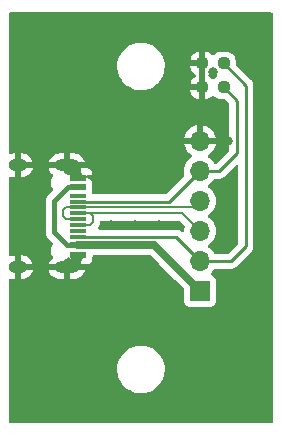
<source format=gbr>
%TF.GenerationSoftware,KiCad,Pcbnew,(6.0.1)*%
%TF.CreationDate,2022-02-05T19:44:41+08:00*%
%TF.ProjectId,Type-C_Ext,54797065-2d43-45f4-9578-742e6b696361,rev?*%
%TF.SameCoordinates,Original*%
%TF.FileFunction,Copper,L1,Top*%
%TF.FilePolarity,Positive*%
%FSLAX46Y46*%
G04 Gerber Fmt 4.6, Leading zero omitted, Abs format (unit mm)*
G04 Created by KiCad (PCBNEW (6.0.1)) date 2022-02-05 19:44:41*
%MOMM*%
%LPD*%
G01*
G04 APERTURE LIST*
G04 Aperture macros list*
%AMRoundRect*
0 Rectangle with rounded corners*
0 $1 Rounding radius*
0 $2 $3 $4 $5 $6 $7 $8 $9 X,Y pos of 4 corners*
0 Add a 4 corners polygon primitive as box body*
4,1,4,$2,$3,$4,$5,$6,$7,$8,$9,$2,$3,0*
0 Add four circle primitives for the rounded corners*
1,1,$1+$1,$2,$3*
1,1,$1+$1,$4,$5*
1,1,$1+$1,$6,$7*
1,1,$1+$1,$8,$9*
0 Add four rect primitives between the rounded corners*
20,1,$1+$1,$2,$3,$4,$5,0*
20,1,$1+$1,$4,$5,$6,$7,0*
20,1,$1+$1,$6,$7,$8,$9,0*
20,1,$1+$1,$8,$9,$2,$3,0*%
G04 Aperture macros list end*
%TA.AperFunction,SMDPad,CuDef*%
%ADD10RoundRect,0.237500X0.250000X0.237500X-0.250000X0.237500X-0.250000X-0.237500X0.250000X-0.237500X0*%
%TD*%
%TA.AperFunction,ComponentPad*%
%ADD11R,1.700000X1.700000*%
%TD*%
%TA.AperFunction,ComponentPad*%
%ADD12O,1.700000X1.700000*%
%TD*%
%TA.AperFunction,SMDPad,CuDef*%
%ADD13R,1.450000X0.600000*%
%TD*%
%TA.AperFunction,SMDPad,CuDef*%
%ADD14R,1.450000X0.300000*%
%TD*%
%TA.AperFunction,ComponentPad*%
%ADD15O,2.100000X1.000000*%
%TD*%
%TA.AperFunction,ComponentPad*%
%ADD16O,1.600000X1.000000*%
%TD*%
%TA.AperFunction,ViaPad*%
%ADD17C,0.800000*%
%TD*%
%TA.AperFunction,Conductor*%
%ADD18C,0.762000*%
%TD*%
%TA.AperFunction,Conductor*%
%ADD19C,0.250000*%
%TD*%
%TA.AperFunction,Conductor*%
%ADD20C,0.200000*%
%TD*%
%TA.AperFunction,Conductor*%
%ADD21C,0.381000*%
%TD*%
%TA.AperFunction,Conductor*%
%ADD22C,0.635000*%
%TD*%
G04 APERTURE END LIST*
D10*
%TO.P,R1,1*%
%TO.N,/CC1*%
X122070500Y-78486000D03*
%TO.P,R1,2*%
%TO.N,GND*%
X120245500Y-78486000D03*
%TD*%
D11*
%TO.P,J2,1,Pin_1*%
%TO.N,VBUS*%
X120060009Y-95733006D03*
D12*
%TO.P,J2,2,Pin_2*%
%TO.N,/CC2*%
X120060009Y-93193006D03*
%TO.P,J2,3,Pin_3*%
%TO.N,/DP*%
X120060009Y-90653006D03*
%TO.P,J2,4,Pin_4*%
%TO.N,/DN*%
X120060009Y-88113006D03*
%TO.P,J2,5,Pin_5*%
%TO.N,/CC1*%
X120060009Y-85573006D03*
%TO.P,J2,6,Pin_6*%
%TO.N,GND*%
X120060009Y-83033006D03*
%TD*%
D13*
%TO.P,J1,A1,GND*%
%TO.N,GND*%
X109709000Y-86158000D03*
%TO.P,J1,A4,VBUS*%
%TO.N,VBUS*%
X109709000Y-86958000D03*
D14*
%TO.P,J1,A5,CC1*%
%TO.N,/CC1*%
X109709000Y-88158000D03*
%TO.P,J1,A6,D+*%
%TO.N,/DP*%
X109709000Y-89158000D03*
%TO.P,J1,A7,D-*%
%TO.N,/DN*%
X109709000Y-89658000D03*
%TO.P,J1,A8,SBU1*%
%TO.N,unconnected-(J1-PadA8)*%
X109709000Y-90658000D03*
D13*
%TO.P,J1,A9,VBUS*%
%TO.N,VBUS*%
X109709000Y-91858000D03*
%TO.P,J1,A12,GND*%
%TO.N,GND*%
X109709000Y-92658000D03*
%TO.P,J1,B1,GND*%
X109709000Y-92658000D03*
%TO.P,J1,B4,VBUS*%
%TO.N,VBUS*%
X109709000Y-91858000D03*
D14*
%TO.P,J1,B5,CC2*%
%TO.N,/CC2*%
X109709000Y-91158000D03*
%TO.P,J1,B6,D+*%
%TO.N,/DP*%
X109709000Y-90158000D03*
%TO.P,J1,B7,D-*%
%TO.N,/DN*%
X109709000Y-88658000D03*
%TO.P,J1,B8,SBU2*%
%TO.N,unconnected-(J1-PadB8)*%
X109709000Y-87658000D03*
D13*
%TO.P,J1,B9,VBUS*%
%TO.N,VBUS*%
X109709000Y-86958000D03*
%TO.P,J1,B12,GND*%
%TO.N,GND*%
X109709000Y-86158000D03*
D15*
%TO.P,J1,S1,SHIELD*%
X108794000Y-93728000D03*
X108794000Y-85088000D03*
D16*
X104614000Y-85088000D03*
X104614000Y-93728000D03*
%TD*%
D10*
%TO.P,R2,1*%
%TO.N,/CC2*%
X122070500Y-76454000D03*
%TO.P,R2,2*%
%TO.N,GND*%
X120245500Y-76454000D03*
%TD*%
D17*
%TO.N,GND*%
X121158000Y-77216000D03*
X122428000Y-88138000D03*
X124968000Y-88138000D03*
X116586000Y-90170000D03*
X120650000Y-102362000D03*
X117094000Y-82042000D03*
X124968000Y-84328000D03*
X122428000Y-95758000D03*
X112522000Y-82042000D03*
X114554000Y-87122000D03*
X122428000Y-83058000D03*
X122428000Y-90678000D03*
X125222000Y-98552000D03*
X116586000Y-96774000D03*
X110236000Y-101600000D03*
X109474000Y-77724000D03*
X106172000Y-81788000D03*
X120650000Y-105918000D03*
X109220000Y-82042000D03*
X120650000Y-98552000D03*
X106172000Y-73914000D03*
X125222000Y-102362000D03*
X106426000Y-101092000D03*
X124968000Y-77216000D03*
X106680000Y-105156000D03*
X106426000Y-96774000D03*
X114554000Y-90170000D03*
X109982000Y-96774000D03*
X125222000Y-105918000D03*
X121158000Y-73660000D03*
X112522000Y-87122000D03*
X121158000Y-80518000D03*
X124714000Y-73660000D03*
X124968000Y-80518000D03*
X106172000Y-77724000D03*
X104902000Y-89408000D03*
X124968000Y-93218000D03*
X112776000Y-96774000D03*
X104902000Y-87376000D03*
X116586000Y-87122000D03*
X109474000Y-73914000D03*
X109982000Y-105410000D03*
X104902000Y-91440000D03*
X112522000Y-90170000D03*
%TD*%
D18*
%TO.N,GND*%
X109709001Y-86003003D02*
X108793991Y-85087993D01*
D19*
X109709000Y-92658000D02*
X109709000Y-92813000D01*
D18*
X109709001Y-92812997D02*
X108793991Y-93728007D01*
D19*
X109709000Y-86158000D02*
X109709000Y-86003000D01*
D20*
%TO.N,/DP*%
X110740000Y-89158000D02*
X109709000Y-89158000D01*
X110744000Y-89154000D02*
X110740000Y-89158000D01*
X109709000Y-90158000D02*
X110756000Y-90158000D01*
X110998000Y-89408000D02*
X110744000Y-89154000D01*
X109709000Y-89158000D02*
X118565000Y-89158000D01*
X110756000Y-90158000D02*
X110998000Y-89916000D01*
X110998000Y-89916000D02*
X110998000Y-89408000D01*
X118565000Y-89158000D02*
X120060000Y-90653000D01*
D19*
%TO.N,/CC2*%
X109709000Y-91158000D02*
X118025000Y-91158000D01*
X118025000Y-91158000D02*
X120060000Y-93193000D01*
X120060009Y-93193006D02*
X122706994Y-93193006D01*
X123952000Y-78335500D02*
X122070500Y-76454000D01*
X123952000Y-91948000D02*
X123952000Y-78335500D01*
X122706994Y-93193006D02*
X123952000Y-91948000D01*
D20*
%TO.N,/DN*%
X109709000Y-88658000D02*
X119515000Y-88658000D01*
X108700000Y-88658000D02*
X108458000Y-88900000D01*
X108708000Y-89658000D02*
X109709000Y-89658000D01*
X119515000Y-88658000D02*
X120060000Y-88113000D01*
X108458000Y-88900000D02*
X108458000Y-89408000D01*
X108458000Y-89408000D02*
X108708000Y-89658000D01*
X109709000Y-88658000D02*
X108700000Y-88658000D01*
D19*
%TO.N,/CC1*%
X120060009Y-85573006D02*
X121690994Y-85573006D01*
X117475000Y-88158000D02*
X120060000Y-85573000D01*
X123190000Y-84074000D02*
X123190000Y-79605500D01*
X121690994Y-85573006D02*
X123190000Y-84074000D01*
X109709000Y-88158000D02*
X117475000Y-88158000D01*
X123190000Y-79605500D02*
X122070500Y-78486000D01*
D21*
%TO.N,VBUS*%
X109709001Y-91858008D02*
X108813270Y-91858008D01*
X107696000Y-90740738D02*
X107696000Y-88138000D01*
D22*
X116185010Y-91858008D02*
X120060009Y-95733006D01*
D21*
X107696000Y-88138000D02*
X108876008Y-86957992D01*
X108876008Y-86957992D02*
X109709001Y-86957992D01*
D22*
X109709001Y-91858008D02*
X116185010Y-91858008D01*
D21*
X108813270Y-91858008D02*
X107696000Y-90740738D01*
%TD*%
%TA.AperFunction,Conductor*%
%TO.N,GND*%
G36*
X126180121Y-72156002D02*
G01*
X126226614Y-72209658D01*
X126238000Y-72262000D01*
X126238000Y-106808000D01*
X126217998Y-106876121D01*
X126164342Y-106922614D01*
X126112000Y-106934000D01*
X104012000Y-106934000D01*
X103943879Y-106913998D01*
X103897386Y-106860342D01*
X103886000Y-106808000D01*
X103886000Y-102340924D01*
X113049418Y-102340924D01*
X113049835Y-102348150D01*
X113065179Y-102614257D01*
X113066004Y-102618462D01*
X113066005Y-102618470D01*
X113094848Y-102765483D01*
X113117889Y-102882923D01*
X113119276Y-102886974D01*
X113137275Y-102939544D01*
X113206573Y-103141950D01*
X113208499Y-103145779D01*
X113271495Y-103271032D01*
X113329591Y-103386544D01*
X113332017Y-103390073D01*
X113332020Y-103390079D01*
X113366642Y-103440454D01*
X113484666Y-103612179D01*
X113668929Y-103814681D01*
X113878969Y-103990302D01*
X114110901Y-104135792D01*
X114114803Y-104137554D01*
X114114807Y-104137556D01*
X114356520Y-104246694D01*
X114356524Y-104246696D01*
X114360432Y-104248460D01*
X114364551Y-104249680D01*
X114618832Y-104325002D01*
X114618837Y-104325003D01*
X114622945Y-104326220D01*
X114627179Y-104326868D01*
X114627184Y-104326869D01*
X114889340Y-104366984D01*
X114889342Y-104366984D01*
X114893582Y-104367633D01*
X115032913Y-104369822D01*
X115163045Y-104371867D01*
X115163051Y-104371867D01*
X115167336Y-104371934D01*
X115439141Y-104339042D01*
X115703967Y-104269566D01*
X115956914Y-104164792D01*
X116193301Y-104026658D01*
X116408754Y-103857722D01*
X116453539Y-103811508D01*
X116596303Y-103664186D01*
X116599286Y-103661108D01*
X116601819Y-103657660D01*
X116601823Y-103657655D01*
X116758834Y-103443909D01*
X116761372Y-103440454D01*
X116763418Y-103436686D01*
X116889962Y-103203621D01*
X116889963Y-103203619D01*
X116892012Y-103199845D01*
X116988789Y-102943732D01*
X117049912Y-102676854D01*
X117062031Y-102541075D01*
X117074031Y-102406616D01*
X117074251Y-102404151D01*
X117074692Y-102362000D01*
X117072964Y-102336653D01*
X117056362Y-102093123D01*
X117056361Y-102093117D01*
X117056070Y-102088846D01*
X117000550Y-101820747D01*
X116909157Y-101562664D01*
X116901277Y-101547395D01*
X116785550Y-101323178D01*
X116785549Y-101323177D01*
X116783585Y-101319371D01*
X116781122Y-101315866D01*
X116628619Y-101098877D01*
X116628614Y-101098871D01*
X116626155Y-101095372D01*
X116439782Y-100894811D01*
X116436466Y-100892097D01*
X116436463Y-100892094D01*
X116231233Y-100724114D01*
X116231226Y-100724109D01*
X116227915Y-100721399D01*
X115994472Y-100578345D01*
X115990555Y-100576626D01*
X115990552Y-100576624D01*
X115880232Y-100528197D01*
X115743775Y-100468297D01*
X115739647Y-100467121D01*
X115739644Y-100467120D01*
X115658557Y-100444022D01*
X115480462Y-100393290D01*
X115476220Y-100392686D01*
X115476214Y-100392685D01*
X115277596Y-100364418D01*
X115209406Y-100354713D01*
X115065671Y-100353961D01*
X114939908Y-100353302D01*
X114939902Y-100353302D01*
X114935622Y-100353280D01*
X114931378Y-100353839D01*
X114931374Y-100353839D01*
X114812397Y-100369503D01*
X114664177Y-100389016D01*
X114660037Y-100390149D01*
X114660035Y-100390149D01*
X114644251Y-100394467D01*
X114400093Y-100461261D01*
X114148257Y-100568678D01*
X113913329Y-100709280D01*
X113909978Y-100711964D01*
X113909976Y-100711966D01*
X113898202Y-100721399D01*
X113699657Y-100880463D01*
X113511194Y-101079062D01*
X113351428Y-101301400D01*
X113223314Y-101543364D01*
X113129225Y-101800477D01*
X113070899Y-102067980D01*
X113049418Y-102340924D01*
X103886000Y-102340924D01*
X103886000Y-94821933D01*
X103906002Y-94753812D01*
X103959658Y-94707319D01*
X104029932Y-94697215D01*
X104050099Y-94701831D01*
X104097541Y-94716881D01*
X104109532Y-94719430D01*
X104253761Y-94735607D01*
X104260785Y-94736000D01*
X104341885Y-94736000D01*
X104357124Y-94731525D01*
X104358329Y-94730135D01*
X104360000Y-94722452D01*
X104360000Y-94717885D01*
X104868000Y-94717885D01*
X104872475Y-94733124D01*
X104873865Y-94734329D01*
X104881548Y-94736000D01*
X104960657Y-94736000D01*
X104966805Y-94735699D01*
X105104603Y-94722188D01*
X105116638Y-94719805D01*
X105294076Y-94666233D01*
X105305416Y-94661559D01*
X105469077Y-94574540D01*
X105479294Y-94567751D01*
X105622933Y-94450603D01*
X105631637Y-94441959D01*
X105749784Y-94299144D01*
X105756644Y-94288973D01*
X105844804Y-94125924D01*
X105849556Y-94114619D01*
X105885250Y-93999308D01*
X105885331Y-93993768D01*
X107271425Y-93993768D01*
X107303138Y-94101521D01*
X107307731Y-94112889D01*
X107393607Y-94277154D01*
X107400321Y-94287415D01*
X107516468Y-94431873D01*
X107525046Y-94440632D01*
X107667039Y-94559778D01*
X107677159Y-94566708D01*
X107839585Y-94656002D01*
X107850858Y-94660834D01*
X108027538Y-94716880D01*
X108039532Y-94719430D01*
X108183761Y-94735607D01*
X108190785Y-94736000D01*
X108521885Y-94736000D01*
X108537124Y-94731525D01*
X108538329Y-94730135D01*
X108540000Y-94722452D01*
X108540000Y-94717885D01*
X109048000Y-94717885D01*
X109052475Y-94733124D01*
X109053865Y-94734329D01*
X109061548Y-94736000D01*
X109390657Y-94736000D01*
X109396805Y-94735699D01*
X109534603Y-94722188D01*
X109546638Y-94719805D01*
X109724076Y-94666233D01*
X109735416Y-94661559D01*
X109899077Y-94574540D01*
X109909294Y-94567751D01*
X110052933Y-94450603D01*
X110061637Y-94441959D01*
X110179784Y-94299144D01*
X110186644Y-94288973D01*
X110274804Y-94125924D01*
X110279556Y-94114619D01*
X110315250Y-93999308D01*
X110315456Y-93985205D01*
X110308701Y-93982000D01*
X109066115Y-93982000D01*
X109050876Y-93986475D01*
X109049671Y-93987865D01*
X109048000Y-93995548D01*
X109048000Y-94717885D01*
X108540000Y-94717885D01*
X108540000Y-94000115D01*
X108535525Y-93984876D01*
X108534135Y-93983671D01*
X108526452Y-93982000D01*
X107286076Y-93982000D01*
X107272545Y-93985973D01*
X107271425Y-93993768D01*
X105885331Y-93993768D01*
X105885456Y-93985205D01*
X105878701Y-93982000D01*
X104886115Y-93982000D01*
X104870876Y-93986475D01*
X104869671Y-93987865D01*
X104868000Y-93995548D01*
X104868000Y-94717885D01*
X104360000Y-94717885D01*
X104360000Y-93455885D01*
X104868000Y-93455885D01*
X104872475Y-93471124D01*
X104873865Y-93472329D01*
X104881548Y-93474000D01*
X105871924Y-93474000D01*
X105885455Y-93470027D01*
X105886575Y-93462232D01*
X105854862Y-93354479D01*
X105850269Y-93343111D01*
X105764393Y-93178846D01*
X105757679Y-93168585D01*
X105641532Y-93024127D01*
X105632954Y-93015368D01*
X105490961Y-92896222D01*
X105480841Y-92889292D01*
X105318415Y-92799998D01*
X105307142Y-92795166D01*
X105130462Y-92739120D01*
X105118468Y-92736570D01*
X104974239Y-92720393D01*
X104967215Y-92720000D01*
X104886115Y-92720000D01*
X104870876Y-92724475D01*
X104869671Y-92725865D01*
X104868000Y-92733548D01*
X104868000Y-93455885D01*
X104360000Y-93455885D01*
X104360000Y-92738115D01*
X104355525Y-92722876D01*
X104354135Y-92721671D01*
X104346452Y-92720000D01*
X104267343Y-92720000D01*
X104261195Y-92720301D01*
X104123397Y-92733812D01*
X104111362Y-92736195D01*
X104048418Y-92755199D01*
X103977424Y-92755740D01*
X103917407Y-92717812D01*
X103887423Y-92653458D01*
X103886000Y-92634577D01*
X103886000Y-90777590D01*
X106992830Y-90777590D01*
X106994135Y-90785066D01*
X106994135Y-90785070D01*
X107003663Y-90839662D01*
X107004626Y-90846187D01*
X107012191Y-90908698D01*
X107014875Y-90915800D01*
X107015719Y-90919238D01*
X107019583Y-90933361D01*
X107020613Y-90936772D01*
X107021919Y-90944255D01*
X107024972Y-90951210D01*
X107047239Y-91001936D01*
X107049730Y-91008042D01*
X107071994Y-91066960D01*
X107076293Y-91073215D01*
X107077935Y-91076356D01*
X107085033Y-91089110D01*
X107086870Y-91092216D01*
X107089923Y-91099171D01*
X107094548Y-91105198D01*
X107094550Y-91105202D01*
X107128265Y-91149140D01*
X107132129Y-91154458D01*
X107167821Y-91206390D01*
X107173491Y-91211442D01*
X107173492Y-91211443D01*
X107213688Y-91247256D01*
X107218964Y-91252237D01*
X107590579Y-91623852D01*
X107624605Y-91686164D01*
X107619540Y-91756979D01*
X107605697Y-91783768D01*
X107523723Y-91904388D01*
X107456470Y-92072534D01*
X107455356Y-92079262D01*
X107455355Y-92079266D01*
X107430895Y-92227017D01*
X107426892Y-92251198D01*
X107427249Y-92258015D01*
X107427249Y-92258019D01*
X107430672Y-92323321D01*
X107436370Y-92432047D01*
X107438181Y-92438620D01*
X107438181Y-92438623D01*
X107465968Y-92539504D01*
X107484461Y-92606641D01*
X107568922Y-92766836D01*
X107573327Y-92772049D01*
X107573330Y-92772053D01*
X107591694Y-92793783D01*
X107620386Y-92858724D01*
X107609413Y-92928868D01*
X107575092Y-92972754D01*
X107535067Y-93005397D01*
X107526363Y-93014041D01*
X107408216Y-93156856D01*
X107401356Y-93167027D01*
X107313196Y-93330076D01*
X107308444Y-93341381D01*
X107272750Y-93456692D01*
X107272544Y-93470795D01*
X107279299Y-93474000D01*
X108521885Y-93474000D01*
X108537124Y-93469525D01*
X108538329Y-93468135D01*
X108540000Y-93460452D01*
X108540000Y-93173830D01*
X108560002Y-93105709D01*
X108612218Y-93060257D01*
X108615675Y-93059094D01*
X108644433Y-93041815D01*
X108705042Y-93005397D01*
X108770905Y-92965823D01*
X108775862Y-92961135D01*
X108775865Y-92961133D01*
X108835427Y-92904807D01*
X108898664Y-92872535D01*
X108969311Y-92879575D01*
X109024937Y-92923691D01*
X109048000Y-92996355D01*
X109048000Y-93455885D01*
X109052475Y-93471124D01*
X109053865Y-93472329D01*
X109061548Y-93474000D01*
X109436885Y-93474000D01*
X109452124Y-93469525D01*
X109453329Y-93468135D01*
X109455000Y-93460452D01*
X109455000Y-92930115D01*
X109450525Y-92914876D01*
X109439947Y-92905710D01*
X109395786Y-92881596D01*
X109361761Y-92819284D01*
X109366825Y-92748468D01*
X109409372Y-92691632D01*
X109475892Y-92666821D01*
X109484881Y-92666500D01*
X109525525Y-92666500D01*
X109553010Y-92669535D01*
X109616385Y-92683701D01*
X109621876Y-92684008D01*
X109837000Y-92684008D01*
X109905121Y-92704010D01*
X109951614Y-92757666D01*
X109963000Y-92810008D01*
X109963000Y-93455885D01*
X109967475Y-93471124D01*
X109968865Y-93472329D01*
X109976548Y-93474000D01*
X110301924Y-93474000D01*
X110311790Y-93471103D01*
X110347288Y-93465999D01*
X110478669Y-93465999D01*
X110485490Y-93465629D01*
X110536352Y-93460105D01*
X110551604Y-93456479D01*
X110672054Y-93411324D01*
X110687649Y-93402786D01*
X110789724Y-93326285D01*
X110802285Y-93313724D01*
X110878786Y-93211649D01*
X110887324Y-93196054D01*
X110932478Y-93075606D01*
X110936105Y-93060351D01*
X110941631Y-93009486D01*
X110942000Y-93002672D01*
X110942000Y-92810008D01*
X110962002Y-92741887D01*
X111015658Y-92695394D01*
X111068000Y-92684008D01*
X115790679Y-92684008D01*
X115858800Y-92704010D01*
X115879774Y-92720913D01*
X116614747Y-93455885D01*
X117980796Y-94821933D01*
X118664604Y-95505741D01*
X118698629Y-95568053D01*
X118701509Y-95594836D01*
X118701509Y-96631140D01*
X118708264Y-96693322D01*
X118759394Y-96829711D01*
X118846748Y-96946267D01*
X118963304Y-97033621D01*
X119099693Y-97084751D01*
X119161875Y-97091506D01*
X120958143Y-97091506D01*
X121020325Y-97084751D01*
X121156714Y-97033621D01*
X121273270Y-96946267D01*
X121360624Y-96829711D01*
X121411754Y-96693322D01*
X121418509Y-96631140D01*
X121418509Y-94834872D01*
X121411754Y-94772690D01*
X121360624Y-94636301D01*
X121273270Y-94519745D01*
X121156714Y-94432391D01*
X121144141Y-94427678D01*
X121038212Y-94387966D01*
X120981448Y-94345324D01*
X120956748Y-94278762D01*
X120971956Y-94209414D01*
X120993502Y-94180733D01*
X121048503Y-94125924D01*
X121098105Y-94076495D01*
X121164806Y-93983671D01*
X121225444Y-93899283D01*
X121228462Y-93895083D01*
X121230755Y-93890443D01*
X121232455Y-93887614D01*
X121284683Y-93839524D01*
X121340460Y-93826506D01*
X122628227Y-93826506D01*
X122639410Y-93827033D01*
X122646903Y-93828708D01*
X122654829Y-93828459D01*
X122654830Y-93828459D01*
X122714980Y-93826568D01*
X122718939Y-93826506D01*
X122746850Y-93826506D01*
X122750785Y-93826009D01*
X122750850Y-93826001D01*
X122762687Y-93825068D01*
X122794945Y-93824054D01*
X122798964Y-93823928D01*
X122806883Y-93823679D01*
X122826337Y-93818027D01*
X122845694Y-93814019D01*
X122857924Y-93812474D01*
X122857925Y-93812474D01*
X122865791Y-93811480D01*
X122873162Y-93808561D01*
X122873164Y-93808561D01*
X122906906Y-93795202D01*
X122918136Y-93791357D01*
X122952977Y-93781235D01*
X122952978Y-93781235D01*
X122960587Y-93779024D01*
X122967406Y-93774991D01*
X122967411Y-93774989D01*
X122978022Y-93768713D01*
X122995770Y-93760018D01*
X123014611Y-93752558D01*
X123050381Y-93726570D01*
X123060301Y-93720054D01*
X123091529Y-93701586D01*
X123091532Y-93701584D01*
X123098356Y-93697548D01*
X123112677Y-93683227D01*
X123127711Y-93670386D01*
X123137688Y-93663137D01*
X123144101Y-93658478D01*
X123172292Y-93624401D01*
X123180282Y-93615622D01*
X124344247Y-92451657D01*
X124352537Y-92444113D01*
X124359018Y-92440000D01*
X124405659Y-92390332D01*
X124408413Y-92387491D01*
X124428134Y-92367770D01*
X124430612Y-92364575D01*
X124438318Y-92355553D01*
X124463158Y-92329101D01*
X124468586Y-92323321D01*
X124478346Y-92305568D01*
X124489199Y-92289045D01*
X124496753Y-92279306D01*
X124501613Y-92273041D01*
X124519176Y-92232457D01*
X124524383Y-92221827D01*
X124545695Y-92183060D01*
X124547666Y-92175383D01*
X124547668Y-92175378D01*
X124550732Y-92163442D01*
X124557138Y-92144730D01*
X124562034Y-92133417D01*
X124565181Y-92126145D01*
X124572097Y-92082481D01*
X124574504Y-92070860D01*
X124583528Y-92035711D01*
X124583528Y-92035710D01*
X124585500Y-92028030D01*
X124585500Y-92007769D01*
X124587051Y-91988058D01*
X124588979Y-91975885D01*
X124590219Y-91968057D01*
X124586059Y-91924046D01*
X124585500Y-91912189D01*
X124585500Y-78414267D01*
X124586027Y-78403084D01*
X124587702Y-78395591D01*
X124585562Y-78327500D01*
X124585500Y-78323543D01*
X124585500Y-78295644D01*
X124584996Y-78291653D01*
X124584063Y-78279811D01*
X124582923Y-78243536D01*
X124582674Y-78235611D01*
X124580462Y-78227997D01*
X124580461Y-78227992D01*
X124577023Y-78216159D01*
X124573012Y-78196795D01*
X124571467Y-78184564D01*
X124570474Y-78176703D01*
X124567557Y-78169336D01*
X124567556Y-78169331D01*
X124554198Y-78135592D01*
X124550354Y-78124365D01*
X124540230Y-78089522D01*
X124538018Y-78081907D01*
X124527707Y-78064472D01*
X124519012Y-78046724D01*
X124511552Y-78027883D01*
X124485564Y-77992113D01*
X124479048Y-77982193D01*
X124460580Y-77950965D01*
X124460578Y-77950962D01*
X124456542Y-77944138D01*
X124442221Y-77929817D01*
X124429380Y-77914783D01*
X124422131Y-77904806D01*
X124417472Y-77898393D01*
X124383395Y-77870202D01*
X124374616Y-77862212D01*
X123103405Y-76591000D01*
X123069379Y-76528688D01*
X123066500Y-76501905D01*
X123066500Y-76166928D01*
X123063960Y-76142446D01*
X123056419Y-76069765D01*
X123056418Y-76069761D01*
X123055707Y-76062907D01*
X123000654Y-75897893D01*
X122909116Y-75749969D01*
X122828184Y-75669178D01*
X122791184Y-75632242D01*
X122791179Y-75632238D01*
X122786003Y-75627071D01*
X122637920Y-75535791D01*
X122472809Y-75481026D01*
X122465973Y-75480326D01*
X122465970Y-75480325D01*
X122414474Y-75475049D01*
X122370072Y-75470500D01*
X121770928Y-75470500D01*
X121767682Y-75470837D01*
X121767678Y-75470837D01*
X121673765Y-75480581D01*
X121673761Y-75480582D01*
X121666907Y-75481293D01*
X121660371Y-75483474D01*
X121660369Y-75483474D01*
X121527605Y-75527768D01*
X121501893Y-75536346D01*
X121353969Y-75627884D01*
X121246899Y-75735141D01*
X121184618Y-75769220D01*
X121113798Y-75764217D01*
X121068709Y-75735296D01*
X120965871Y-75632637D01*
X120954460Y-75623625D01*
X120818937Y-75540088D01*
X120805759Y-75533944D01*
X120654234Y-75483685D01*
X120640868Y-75480819D01*
X120548230Y-75471328D01*
X120541815Y-75471000D01*
X120517615Y-75471000D01*
X120502376Y-75475475D01*
X120501171Y-75476865D01*
X120499500Y-75484548D01*
X120499500Y-77418885D01*
X120502643Y-77429589D01*
X120504868Y-77491869D01*
X120499500Y-77516547D01*
X120499500Y-79450885D01*
X120503975Y-79466124D01*
X120505365Y-79467329D01*
X120513048Y-79469000D01*
X120541766Y-79469000D01*
X120548282Y-79468663D01*
X120642132Y-79458925D01*
X120655528Y-79456032D01*
X120806953Y-79405512D01*
X120820115Y-79399347D01*
X120955492Y-79315574D01*
X120966890Y-79306540D01*
X121068393Y-79204860D01*
X121130676Y-79170781D01*
X121201496Y-79175784D01*
X121246583Y-79204704D01*
X121354997Y-79312929D01*
X121503080Y-79404209D01*
X121668191Y-79458974D01*
X121675027Y-79459674D01*
X121675030Y-79459675D01*
X121722370Y-79464525D01*
X121770928Y-79469500D01*
X122105905Y-79469500D01*
X122174026Y-79489502D01*
X122195001Y-79506405D01*
X122519596Y-79831001D01*
X122553621Y-79893313D01*
X122556500Y-79920096D01*
X122556500Y-83759406D01*
X122536498Y-83827527D01*
X122519595Y-83848501D01*
X121465494Y-84902601D01*
X121403182Y-84936627D01*
X121376399Y-84939506D01*
X121336814Y-84939506D01*
X121268693Y-84919504D01*
X121231022Y-84881946D01*
X121142831Y-84745623D01*
X121142829Y-84745620D01*
X121140023Y-84741283D01*
X120989679Y-84576057D01*
X120985628Y-84572858D01*
X120985624Y-84572854D01*
X120818423Y-84440806D01*
X120818419Y-84440804D01*
X120814368Y-84437604D01*
X120772578Y-84414535D01*
X120722607Y-84364103D01*
X120707835Y-84294660D01*
X120732951Y-84228254D01*
X120760303Y-84201647D01*
X120935337Y-84076798D01*
X120943209Y-84070145D01*
X121094061Y-83919818D01*
X121100739Y-83911971D01*
X121225012Y-83739026D01*
X121230322Y-83730189D01*
X121324679Y-83539273D01*
X121328478Y-83529678D01*
X121390386Y-83325916D01*
X121392564Y-83315843D01*
X121393995Y-83304968D01*
X121391784Y-83290784D01*
X121378626Y-83287006D01*
X118743234Y-83287006D01*
X118729703Y-83290979D01*
X118728266Y-83300972D01*
X118758574Y-83435452D01*
X118761654Y-83445281D01*
X118841779Y-83642609D01*
X118846422Y-83651800D01*
X118957703Y-83833394D01*
X118963786Y-83841705D01*
X119103222Y-84002673D01*
X119110589Y-84009889D01*
X119274443Y-84145922D01*
X119282890Y-84151837D01*
X119351978Y-84192209D01*
X119400702Y-84243848D01*
X119413773Y-84313631D01*
X119387042Y-84379402D01*
X119346593Y-84412758D01*
X119333616Y-84419513D01*
X119329483Y-84422616D01*
X119329480Y-84422618D01*
X119174679Y-84538846D01*
X119154974Y-84553641D01*
X119151402Y-84557379D01*
X119024594Y-84690076D01*
X119000638Y-84715144D01*
X118874752Y-84899686D01*
X118780697Y-85102311D01*
X118720998Y-85317576D01*
X118697260Y-85539701D01*
X118697557Y-85544854D01*
X118697557Y-85544857D01*
X118707905Y-85724315D01*
X118710119Y-85762721D01*
X118741959Y-85904000D01*
X118743460Y-85910662D01*
X118738924Y-85981513D01*
X118709638Y-86027458D01*
X117249500Y-87487595D01*
X117187188Y-87521621D01*
X117160405Y-87524500D01*
X111062575Y-87524500D01*
X110994454Y-87504498D01*
X110947961Y-87450842D01*
X110937312Y-87412108D01*
X110935745Y-87397684D01*
X110938174Y-87397420D01*
X110938174Y-87368580D01*
X110935745Y-87368316D01*
X110942131Y-87309531D01*
X110942500Y-87306134D01*
X110942500Y-86609866D01*
X110938091Y-86569280D01*
X110938091Y-86542067D01*
X110941631Y-86509483D01*
X110942000Y-86502672D01*
X110942000Y-86430115D01*
X110937525Y-86414876D01*
X110936135Y-86413671D01*
X110922590Y-86410725D01*
X110860278Y-86376701D01*
X110848556Y-86363182D01*
X110797261Y-86294739D01*
X110680705Y-86207385D01*
X110544316Y-86156255D01*
X110536464Y-86155402D01*
X110536460Y-86155401D01*
X110535185Y-86155263D01*
X110534259Y-86154878D01*
X110528778Y-86153575D01*
X110528989Y-86152688D01*
X110469623Y-86128021D01*
X110429196Y-86069659D01*
X110426740Y-85998704D01*
X110463035Y-85937686D01*
X110526557Y-85905977D01*
X110548792Y-85904000D01*
X110923884Y-85904000D01*
X110939123Y-85899525D01*
X110940328Y-85898135D01*
X110941999Y-85890452D01*
X110941999Y-85813331D01*
X110941629Y-85806510D01*
X110936105Y-85755648D01*
X110932479Y-85740396D01*
X110887324Y-85619946D01*
X110878786Y-85604351D01*
X110802285Y-85502276D01*
X110789724Y-85489715D01*
X110687649Y-85413214D01*
X110672054Y-85404676D01*
X110551606Y-85359522D01*
X110536351Y-85355895D01*
X110485486Y-85350369D01*
X110478672Y-85350000D01*
X110353934Y-85350000D01*
X110319892Y-85342335D01*
X110315648Y-85342000D01*
X109981115Y-85342000D01*
X109965876Y-85346475D01*
X109964671Y-85347865D01*
X109963000Y-85355548D01*
X109963000Y-85885885D01*
X109967475Y-85901124D01*
X109978053Y-85910290D01*
X110022214Y-85934404D01*
X110056239Y-85996716D01*
X110051175Y-86067532D01*
X110008628Y-86124368D01*
X109942108Y-86149179D01*
X109933119Y-86149500D01*
X109477137Y-86149500D01*
X109409016Y-86129498D01*
X109362523Y-86075842D01*
X109352419Y-86005568D01*
X109381913Y-85940988D01*
X109441639Y-85902604D01*
X109452124Y-85899525D01*
X109453329Y-85898135D01*
X109455000Y-85890452D01*
X109455000Y-85360115D01*
X109450525Y-85344876D01*
X109449135Y-85343671D01*
X109441452Y-85342000D01*
X109066115Y-85342000D01*
X109050876Y-85346475D01*
X109049671Y-85347865D01*
X109048000Y-85355548D01*
X109048000Y-85813874D01*
X109027998Y-85881995D01*
X108974342Y-85928488D01*
X108904068Y-85938592D01*
X108843461Y-85909176D01*
X108842187Y-85910843D01*
X108703743Y-85804994D01*
X108703739Y-85804991D01*
X108698322Y-85800850D01*
X108692142Y-85797968D01*
X108692140Y-85797967D01*
X108612750Y-85760947D01*
X108559465Y-85714030D01*
X108540000Y-85646752D01*
X108540000Y-85360115D01*
X108535525Y-85344876D01*
X108534135Y-85343671D01*
X108526452Y-85342000D01*
X107286076Y-85342000D01*
X107272545Y-85345973D01*
X107271425Y-85353768D01*
X107303138Y-85461521D01*
X107307731Y-85472889D01*
X107393607Y-85637154D01*
X107400321Y-85647415D01*
X107516468Y-85791873D01*
X107525045Y-85800632D01*
X107577110Y-85844319D01*
X107616436Y-85903428D01*
X107617563Y-85974416D01*
X107600331Y-86011663D01*
X107523723Y-86124388D01*
X107456470Y-86292534D01*
X107455356Y-86299262D01*
X107455355Y-86299266D01*
X107436216Y-86414876D01*
X107426892Y-86471198D01*
X107427249Y-86478015D01*
X107427249Y-86478019D01*
X107435061Y-86627072D01*
X107436370Y-86652047D01*
X107438181Y-86658620D01*
X107438181Y-86658623D01*
X107461671Y-86743902D01*
X107484461Y-86826641D01*
X107568922Y-86986836D01*
X107573330Y-86992052D01*
X107626828Y-87055359D01*
X107655519Y-87120300D01*
X107644546Y-87190443D01*
X107619684Y-87225781D01*
X107221961Y-87623504D01*
X107215696Y-87629357D01*
X107172726Y-87666842D01*
X107168359Y-87673056D01*
X107136506Y-87718378D01*
X107132573Y-87723674D01*
X107098394Y-87767263D01*
X107098392Y-87767266D01*
X107093708Y-87773240D01*
X107090582Y-87780164D01*
X107088744Y-87783199D01*
X107081500Y-87795898D01*
X107079812Y-87799046D01*
X107075444Y-87805261D01*
X107055048Y-87857576D01*
X107052567Y-87863939D01*
X107050022Y-87869995D01*
X107024087Y-87927435D01*
X107022702Y-87934908D01*
X107021631Y-87938326D01*
X107017646Y-87952315D01*
X107016749Y-87955807D01*
X107013988Y-87962889D01*
X107012996Y-87970422D01*
X107012996Y-87970423D01*
X107005767Y-88025330D01*
X107004735Y-88031843D01*
X107001463Y-88049500D01*
X106993255Y-88093787D01*
X106993692Y-88101367D01*
X106993692Y-88101368D01*
X106996791Y-88155112D01*
X106997000Y-88162365D01*
X106997000Y-90712139D01*
X106996708Y-90720709D01*
X106994373Y-90754961D01*
X106992830Y-90777590D01*
X103886000Y-90777590D01*
X103886000Y-86181933D01*
X103906002Y-86113812D01*
X103959658Y-86067319D01*
X104029932Y-86057215D01*
X104050099Y-86061831D01*
X104097541Y-86076881D01*
X104109532Y-86079430D01*
X104253761Y-86095607D01*
X104260785Y-86096000D01*
X104341885Y-86096000D01*
X104357124Y-86091525D01*
X104358329Y-86090135D01*
X104360000Y-86082452D01*
X104360000Y-86077885D01*
X104868000Y-86077885D01*
X104872475Y-86093124D01*
X104873865Y-86094329D01*
X104881548Y-86096000D01*
X104960657Y-86096000D01*
X104966805Y-86095699D01*
X105104603Y-86082188D01*
X105116638Y-86079805D01*
X105294076Y-86026233D01*
X105305416Y-86021559D01*
X105469077Y-85934540D01*
X105479294Y-85927751D01*
X105622933Y-85810603D01*
X105631637Y-85801959D01*
X105749784Y-85659144D01*
X105756644Y-85648973D01*
X105844804Y-85485924D01*
X105849556Y-85474619D01*
X105885250Y-85359308D01*
X105885456Y-85345205D01*
X105878701Y-85342000D01*
X104886115Y-85342000D01*
X104870876Y-85346475D01*
X104869671Y-85347865D01*
X104868000Y-85355548D01*
X104868000Y-86077885D01*
X104360000Y-86077885D01*
X104360000Y-84815885D01*
X104868000Y-84815885D01*
X104872475Y-84831124D01*
X104873865Y-84832329D01*
X104881548Y-84834000D01*
X105871924Y-84834000D01*
X105882839Y-84830795D01*
X107272544Y-84830795D01*
X107279299Y-84834000D01*
X108521885Y-84834000D01*
X108537124Y-84829525D01*
X108538329Y-84828135D01*
X108540000Y-84820452D01*
X108540000Y-84815885D01*
X109048000Y-84815885D01*
X109052475Y-84831124D01*
X109053865Y-84832329D01*
X109061548Y-84834000D01*
X110301924Y-84834000D01*
X110315455Y-84830027D01*
X110316575Y-84822232D01*
X110284862Y-84714479D01*
X110280269Y-84703111D01*
X110194393Y-84538846D01*
X110187679Y-84528585D01*
X110071532Y-84384127D01*
X110062954Y-84375368D01*
X109920961Y-84256222D01*
X109910841Y-84249292D01*
X109748415Y-84159998D01*
X109737142Y-84155166D01*
X109560462Y-84099120D01*
X109548468Y-84096570D01*
X109404239Y-84080393D01*
X109397215Y-84080000D01*
X109066115Y-84080000D01*
X109050876Y-84084475D01*
X109049671Y-84085865D01*
X109048000Y-84093548D01*
X109048000Y-84815885D01*
X108540000Y-84815885D01*
X108540000Y-84098115D01*
X108535525Y-84082876D01*
X108534135Y-84081671D01*
X108526452Y-84080000D01*
X108197343Y-84080000D01*
X108191195Y-84080301D01*
X108053397Y-84093812D01*
X108041362Y-84096195D01*
X107863924Y-84149767D01*
X107852584Y-84154441D01*
X107688923Y-84241460D01*
X107678706Y-84248249D01*
X107535067Y-84365397D01*
X107526363Y-84374041D01*
X107408216Y-84516856D01*
X107401356Y-84527027D01*
X107313196Y-84690076D01*
X107308444Y-84701381D01*
X107272750Y-84816692D01*
X107272544Y-84830795D01*
X105882839Y-84830795D01*
X105885455Y-84830027D01*
X105886575Y-84822232D01*
X105854862Y-84714479D01*
X105850269Y-84703111D01*
X105764393Y-84538846D01*
X105757679Y-84528585D01*
X105641532Y-84384127D01*
X105632954Y-84375368D01*
X105490961Y-84256222D01*
X105480841Y-84249292D01*
X105318415Y-84159998D01*
X105307142Y-84155166D01*
X105130462Y-84099120D01*
X105118468Y-84096570D01*
X104974239Y-84080393D01*
X104967215Y-84080000D01*
X104886115Y-84080000D01*
X104870876Y-84084475D01*
X104869671Y-84085865D01*
X104868000Y-84093548D01*
X104868000Y-84815885D01*
X104360000Y-84815885D01*
X104360000Y-84098115D01*
X104355525Y-84082876D01*
X104354135Y-84081671D01*
X104346452Y-84080000D01*
X104267343Y-84080000D01*
X104261195Y-84080301D01*
X104123397Y-84093812D01*
X104111362Y-84096195D01*
X104048418Y-84115199D01*
X103977424Y-84115740D01*
X103917407Y-84077812D01*
X103887423Y-84013458D01*
X103886000Y-83994577D01*
X103886000Y-82767189D01*
X118724398Y-82767189D01*
X118725921Y-82775613D01*
X118738301Y-82779006D01*
X119787894Y-82779006D01*
X119803133Y-82774531D01*
X119804338Y-82773141D01*
X119806009Y-82765458D01*
X119806009Y-82760891D01*
X120314009Y-82760891D01*
X120318484Y-82776130D01*
X120319874Y-82777335D01*
X120327557Y-82779006D01*
X121378353Y-82779006D01*
X121391884Y-82775033D01*
X121393189Y-82765953D01*
X121351223Y-82598881D01*
X121347903Y-82589130D01*
X121262981Y-82393820D01*
X121258114Y-82384745D01*
X121142435Y-82205932D01*
X121136145Y-82197763D01*
X120992815Y-82040246D01*
X120985282Y-82033221D01*
X120818148Y-81901228D01*
X120809561Y-81895523D01*
X120623126Y-81792605D01*
X120613714Y-81788375D01*
X120412968Y-81717286D01*
X120402997Y-81714652D01*
X120331846Y-81701978D01*
X120318549Y-81703438D01*
X120314009Y-81717995D01*
X120314009Y-82760891D01*
X119806009Y-82760891D01*
X119806009Y-81716108D01*
X119802091Y-81702764D01*
X119787815Y-81700777D01*
X119749333Y-81706666D01*
X119739297Y-81709057D01*
X119536877Y-81775218D01*
X119527368Y-81779215D01*
X119338472Y-81877548D01*
X119329747Y-81883042D01*
X119159442Y-82010911D01*
X119151735Y-82017754D01*
X119004599Y-82171723D01*
X118998113Y-82179733D01*
X118878107Y-82355655D01*
X118873009Y-82364629D01*
X118783347Y-82557789D01*
X118779784Y-82567476D01*
X118724398Y-82767189D01*
X103886000Y-82767189D01*
X103886000Y-78769766D01*
X119250000Y-78769766D01*
X119250337Y-78776282D01*
X119260075Y-78870132D01*
X119262968Y-78883528D01*
X119313488Y-79034953D01*
X119319653Y-79048115D01*
X119403426Y-79183492D01*
X119412460Y-79194890D01*
X119525129Y-79307363D01*
X119536540Y-79316375D01*
X119672063Y-79399912D01*
X119685241Y-79406056D01*
X119836766Y-79456315D01*
X119850132Y-79459181D01*
X119942770Y-79468672D01*
X119949185Y-79469000D01*
X119973385Y-79469000D01*
X119988624Y-79464525D01*
X119989829Y-79463135D01*
X119991500Y-79455452D01*
X119991500Y-78758115D01*
X119987025Y-78742876D01*
X119985635Y-78741671D01*
X119977952Y-78740000D01*
X119268115Y-78740000D01*
X119252876Y-78744475D01*
X119251671Y-78745865D01*
X119250000Y-78753548D01*
X119250000Y-78769766D01*
X103886000Y-78769766D01*
X103886000Y-76686924D01*
X113049418Y-76686924D01*
X113049835Y-76694150D01*
X113065179Y-76960257D01*
X113066004Y-76964462D01*
X113066005Y-76964470D01*
X113094848Y-77111483D01*
X113117889Y-77228923D01*
X113119276Y-77232974D01*
X113186592Y-77429589D01*
X113206573Y-77487950D01*
X113268917Y-77611908D01*
X113271495Y-77617032D01*
X113329591Y-77732544D01*
X113332017Y-77736073D01*
X113332020Y-77736079D01*
X113421604Y-77866423D01*
X113484666Y-77958179D01*
X113668929Y-78160681D01*
X113878969Y-78336302D01*
X113882595Y-78338577D01*
X113882597Y-78338578D01*
X113932703Y-78370009D01*
X114110901Y-78481792D01*
X114114803Y-78483554D01*
X114114807Y-78483556D01*
X114356520Y-78592694D01*
X114356524Y-78592696D01*
X114360432Y-78594460D01*
X114364551Y-78595680D01*
X114618832Y-78671002D01*
X114618837Y-78671003D01*
X114622945Y-78672220D01*
X114627179Y-78672868D01*
X114627184Y-78672869D01*
X114889340Y-78712984D01*
X114889342Y-78712984D01*
X114893582Y-78713633D01*
X115032913Y-78715822D01*
X115163045Y-78717867D01*
X115163051Y-78717867D01*
X115167336Y-78717934D01*
X115439141Y-78685042D01*
X115703967Y-78615566D01*
X115956914Y-78510792D01*
X116154056Y-78395591D01*
X116189598Y-78374822D01*
X116189599Y-78374821D01*
X116193301Y-78372658D01*
X116395793Y-78213885D01*
X119250000Y-78213885D01*
X119254475Y-78229124D01*
X119255865Y-78230329D01*
X119263548Y-78232000D01*
X119973385Y-78232000D01*
X119988624Y-78227525D01*
X119989829Y-78226135D01*
X119991500Y-78218452D01*
X119991500Y-77521115D01*
X119988357Y-77510411D01*
X119986132Y-77448131D01*
X119991500Y-77423453D01*
X119991500Y-76726115D01*
X119987025Y-76710876D01*
X119985635Y-76709671D01*
X119977952Y-76708000D01*
X119268115Y-76708000D01*
X119252876Y-76712475D01*
X119251671Y-76713865D01*
X119250000Y-76721548D01*
X119250000Y-76737766D01*
X119250337Y-76744282D01*
X119260075Y-76838132D01*
X119262968Y-76851528D01*
X119313488Y-77002953D01*
X119319653Y-77016115D01*
X119403426Y-77151492D01*
X119412460Y-77162890D01*
X119525129Y-77275363D01*
X119536540Y-77284375D01*
X119663556Y-77362668D01*
X119711049Y-77415440D01*
X119722473Y-77485511D01*
X119694199Y-77550635D01*
X119663743Y-77577073D01*
X119535504Y-77656429D01*
X119524110Y-77665460D01*
X119411637Y-77778129D01*
X119402625Y-77789540D01*
X119319088Y-77925063D01*
X119312944Y-77938241D01*
X119262685Y-78089766D01*
X119259819Y-78103132D01*
X119250328Y-78195770D01*
X119250000Y-78202185D01*
X119250000Y-78213885D01*
X116395793Y-78213885D01*
X116408754Y-78203722D01*
X116427320Y-78184564D01*
X116572011Y-78035254D01*
X116599286Y-78007108D01*
X116601819Y-78003660D01*
X116601823Y-78003655D01*
X116758834Y-77789909D01*
X116761372Y-77786454D01*
X116771859Y-77767140D01*
X116889962Y-77549621D01*
X116889963Y-77549619D01*
X116892012Y-77545845D01*
X116961131Y-77362927D01*
X116987271Y-77293750D01*
X116987272Y-77293746D01*
X116988789Y-77289732D01*
X117049912Y-77022854D01*
X117050514Y-77016115D01*
X117074031Y-76752616D01*
X117074251Y-76750151D01*
X117074313Y-76744282D01*
X117074666Y-76710485D01*
X117074692Y-76708000D01*
X117062468Y-76528688D01*
X117056362Y-76439123D01*
X117056361Y-76439117D01*
X117056070Y-76434846D01*
X117003685Y-76181885D01*
X119250000Y-76181885D01*
X119254475Y-76197124D01*
X119255865Y-76198329D01*
X119263548Y-76200000D01*
X119973385Y-76200000D01*
X119988624Y-76195525D01*
X119989829Y-76194135D01*
X119991500Y-76186452D01*
X119991500Y-75489115D01*
X119987025Y-75473876D01*
X119985635Y-75472671D01*
X119977952Y-75471000D01*
X119949234Y-75471000D01*
X119942718Y-75471337D01*
X119848868Y-75481075D01*
X119835472Y-75483968D01*
X119684047Y-75534488D01*
X119670885Y-75540653D01*
X119535508Y-75624426D01*
X119524110Y-75633460D01*
X119411637Y-75746129D01*
X119402625Y-75757540D01*
X119319088Y-75893063D01*
X119312944Y-75906241D01*
X119262685Y-76057766D01*
X119259819Y-76071132D01*
X119250328Y-76163770D01*
X119250000Y-76170185D01*
X119250000Y-76181885D01*
X117003685Y-76181885D01*
X117000550Y-76166747D01*
X116909157Y-75908664D01*
X116904211Y-75899080D01*
X116785550Y-75669178D01*
X116785549Y-75669177D01*
X116783585Y-75665371D01*
X116781122Y-75661866D01*
X116628619Y-75444877D01*
X116628614Y-75444871D01*
X116626155Y-75441372D01*
X116439782Y-75240811D01*
X116436466Y-75238097D01*
X116436463Y-75238094D01*
X116231233Y-75070114D01*
X116231226Y-75070109D01*
X116227915Y-75067399D01*
X115994472Y-74924345D01*
X115990555Y-74922626D01*
X115990552Y-74922624D01*
X115880232Y-74874197D01*
X115743775Y-74814297D01*
X115739647Y-74813121D01*
X115739644Y-74813120D01*
X115658557Y-74790022D01*
X115480462Y-74739290D01*
X115476220Y-74738686D01*
X115476214Y-74738685D01*
X115277596Y-74710418D01*
X115209406Y-74700713D01*
X115065671Y-74699961D01*
X114939908Y-74699302D01*
X114939902Y-74699302D01*
X114935622Y-74699280D01*
X114931378Y-74699839D01*
X114931374Y-74699839D01*
X114812397Y-74715503D01*
X114664177Y-74735016D01*
X114660037Y-74736149D01*
X114660035Y-74736149D01*
X114644251Y-74740467D01*
X114400093Y-74807261D01*
X114148257Y-74914678D01*
X113913329Y-75055280D01*
X113909978Y-75057964D01*
X113909976Y-75057966D01*
X113898202Y-75067399D01*
X113699657Y-75226463D01*
X113511194Y-75425062D01*
X113351428Y-75647400D01*
X113223314Y-75889364D01*
X113129225Y-76146477D01*
X113070899Y-76413980D01*
X113049418Y-76686924D01*
X103886000Y-76686924D01*
X103886000Y-72262000D01*
X103906002Y-72193879D01*
X103959658Y-72147386D01*
X104012000Y-72136000D01*
X126112000Y-72136000D01*
X126180121Y-72156002D01*
G37*
%TD.AperFunction*%
%TA.AperFunction,Conductor*%
G36*
X123236532Y-85027538D02*
G01*
X123293368Y-85070085D01*
X123318179Y-85136605D01*
X123318500Y-85145594D01*
X123318500Y-91633405D01*
X123298498Y-91701526D01*
X123281595Y-91722500D01*
X122481494Y-92522601D01*
X122419182Y-92556627D01*
X122392399Y-92559506D01*
X121336814Y-92559506D01*
X121268693Y-92539504D01*
X121231022Y-92501946D01*
X121142831Y-92365623D01*
X121142829Y-92365620D01*
X121140023Y-92361283D01*
X120989679Y-92196057D01*
X120985628Y-92192858D01*
X120985624Y-92192854D01*
X120818423Y-92060806D01*
X120818419Y-92060804D01*
X120814368Y-92057604D01*
X120773062Y-92034802D01*
X120723093Y-91984370D01*
X120708321Y-91914927D01*
X120733437Y-91848522D01*
X120760789Y-91821915D01*
X120851826Y-91756979D01*
X120939869Y-91694179D01*
X121098105Y-91536495D01*
X121228462Y-91355083D01*
X121279292Y-91252237D01*
X121325145Y-91159459D01*
X121325146Y-91159457D01*
X121327439Y-91154817D01*
X121392379Y-90941075D01*
X121421538Y-90719596D01*
X121421720Y-90712139D01*
X121423083Y-90656371D01*
X121423083Y-90656367D01*
X121423165Y-90653006D01*
X121404861Y-90430367D01*
X121350440Y-90213708D01*
X121261363Y-90008846D01*
X121140023Y-89821283D01*
X120989679Y-89656057D01*
X120985628Y-89652858D01*
X120985624Y-89652854D01*
X120818423Y-89520806D01*
X120818419Y-89520804D01*
X120814368Y-89517604D01*
X120773062Y-89494802D01*
X120723093Y-89444370D01*
X120708321Y-89374927D01*
X120733437Y-89308522D01*
X120760789Y-89281915D01*
X120804612Y-89250656D01*
X120939869Y-89154179D01*
X121098105Y-88996495D01*
X121228462Y-88815083D01*
X121327439Y-88614817D01*
X121392379Y-88401075D01*
X121421538Y-88179596D01*
X121423165Y-88113006D01*
X121404861Y-87890367D01*
X121350440Y-87673708D01*
X121261363Y-87468846D01*
X121196327Y-87368316D01*
X121142831Y-87285623D01*
X121142829Y-87285620D01*
X121140023Y-87281283D01*
X120989679Y-87116057D01*
X120985628Y-87112858D01*
X120985624Y-87112854D01*
X120818423Y-86980806D01*
X120818419Y-86980804D01*
X120814368Y-86977604D01*
X120773062Y-86954802D01*
X120723093Y-86904370D01*
X120708321Y-86834927D01*
X120733437Y-86768522D01*
X120760789Y-86741915D01*
X120877560Y-86658623D01*
X120939869Y-86614179D01*
X121098105Y-86456495D01*
X121155443Y-86376701D01*
X121225444Y-86279283D01*
X121228462Y-86275083D01*
X121230755Y-86270443D01*
X121232455Y-86267614D01*
X121284683Y-86219524D01*
X121340460Y-86206506D01*
X121612227Y-86206506D01*
X121623410Y-86207033D01*
X121630903Y-86208708D01*
X121638829Y-86208459D01*
X121638830Y-86208459D01*
X121698980Y-86206568D01*
X121702939Y-86206506D01*
X121730850Y-86206506D01*
X121734785Y-86206009D01*
X121734850Y-86206001D01*
X121746687Y-86205068D01*
X121778945Y-86204054D01*
X121782964Y-86203928D01*
X121790883Y-86203679D01*
X121810337Y-86198027D01*
X121829694Y-86194019D01*
X121841924Y-86192474D01*
X121841925Y-86192474D01*
X121849791Y-86191480D01*
X121857162Y-86188561D01*
X121857164Y-86188561D01*
X121890906Y-86175202D01*
X121902136Y-86171357D01*
X121936977Y-86161235D01*
X121936978Y-86161235D01*
X121944587Y-86159024D01*
X121951406Y-86154991D01*
X121951411Y-86154989D01*
X121962022Y-86148713D01*
X121979770Y-86140018D01*
X121998611Y-86132558D01*
X122034381Y-86106570D01*
X122044301Y-86100054D01*
X122075529Y-86081586D01*
X122075532Y-86081584D01*
X122082356Y-86077548D01*
X122096677Y-86063227D01*
X122111711Y-86050386D01*
X122121688Y-86043137D01*
X122128101Y-86038478D01*
X122156292Y-86004401D01*
X122164282Y-85995622D01*
X123103405Y-85056499D01*
X123165717Y-85022473D01*
X123236532Y-85027538D01*
G37*
%TD.AperFunction*%
%TA.AperFunction,Conductor*%
G36*
X118328882Y-89786502D02*
G01*
X118349856Y-89803405D01*
X118717462Y-90171011D01*
X118751488Y-90233323D01*
X118749784Y-90293778D01*
X118720998Y-90397576D01*
X118697260Y-90619701D01*
X118697557Y-90624859D01*
X118697431Y-90630030D01*
X118695589Y-90629985D01*
X118681351Y-90691331D01*
X118630458Y-90740833D01*
X118560882Y-90754961D01*
X118494712Y-90729231D01*
X118485363Y-90721273D01*
X118467348Y-90704356D01*
X118464507Y-90701602D01*
X118444770Y-90681865D01*
X118441573Y-90679385D01*
X118432551Y-90671680D01*
X118400321Y-90641414D01*
X118393375Y-90637595D01*
X118393372Y-90637593D01*
X118382566Y-90631652D01*
X118366047Y-90620801D01*
X118358011Y-90614568D01*
X118350041Y-90608386D01*
X118342772Y-90605241D01*
X118342768Y-90605238D01*
X118309463Y-90590826D01*
X118298813Y-90585609D01*
X118260060Y-90564305D01*
X118240437Y-90559267D01*
X118221734Y-90552863D01*
X118210420Y-90547967D01*
X118210419Y-90547967D01*
X118203145Y-90544819D01*
X118195322Y-90543580D01*
X118195312Y-90543577D01*
X118159476Y-90537901D01*
X118147856Y-90535495D01*
X118112711Y-90526472D01*
X118112710Y-90526472D01*
X118105030Y-90524500D01*
X118084776Y-90524500D01*
X118065065Y-90522949D01*
X118052886Y-90521020D01*
X118045057Y-90519780D01*
X118037165Y-90520526D01*
X118001039Y-90523941D01*
X117989181Y-90524500D01*
X111553581Y-90524500D01*
X111485460Y-90504498D01*
X111438967Y-90450842D01*
X111428863Y-90380568D01*
X111453616Y-90321800D01*
X111456471Y-90318079D01*
X111456478Y-90318071D01*
X111475119Y-90293778D01*
X111529524Y-90222876D01*
X111590838Y-90074851D01*
X111611751Y-89916000D01*
X111610673Y-89907811D01*
X111610673Y-89899554D01*
X111612288Y-89899554D01*
X111621759Y-89838803D01*
X111668885Y-89785702D01*
X111735744Y-89766500D01*
X118260761Y-89766500D01*
X118328882Y-89786502D01*
G37*
%TD.AperFunction*%
%TA.AperFunction,Conductor*%
G36*
X121201496Y-77143784D02*
G01*
X121246583Y-77172704D01*
X121354997Y-77280929D01*
X121361227Y-77284769D01*
X121361228Y-77284770D01*
X121487603Y-77362669D01*
X121535096Y-77415442D01*
X121546520Y-77485513D01*
X121518246Y-77550637D01*
X121487790Y-77577073D01*
X121423217Y-77617032D01*
X121353969Y-77659884D01*
X121246899Y-77767141D01*
X121184618Y-77801220D01*
X121113798Y-77796217D01*
X121068709Y-77767296D01*
X120965871Y-77664637D01*
X120954460Y-77655625D01*
X120827444Y-77577332D01*
X120779951Y-77524560D01*
X120768527Y-77454489D01*
X120796801Y-77389365D01*
X120827257Y-77362927D01*
X120955496Y-77283571D01*
X120966890Y-77274540D01*
X121068393Y-77172860D01*
X121130676Y-77138781D01*
X121201496Y-77143784D01*
G37*
%TD.AperFunction*%
%TD*%
M02*

</source>
